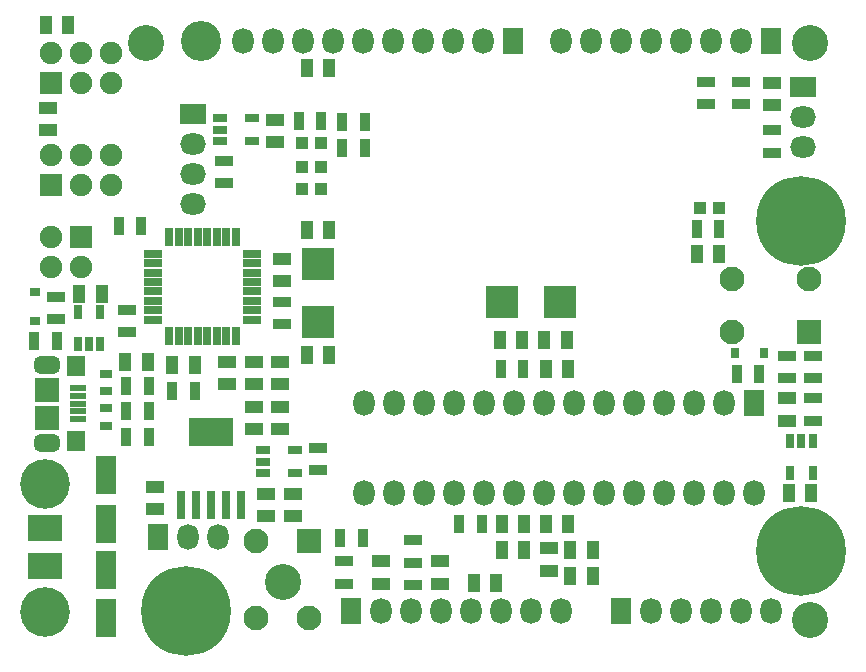
<source format=gts>
G04*
G04 #@! TF.GenerationSoftware,Altium Limited,Altium Designer,19.1.4 (82)*
G04*
G04 Layer_Color=8388736*
%FSLAX44Y44*%
%MOMM*%
G71*
G01*
G75*
%ADD34R,1.5000X0.9000*%
%ADD35R,0.9000X1.5000*%
%ADD36R,0.8858X0.7588*%
%ADD37R,0.7588X0.8858*%
%ADD38R,0.6700X1.6200*%
%ADD39R,1.6200X0.6700*%
%ADD40R,1.4500X0.5000*%
%ADD41R,2.1000X2.1000*%
%ADD42R,1.6000X1.8000*%
%ADD43C,3.0480*%
%ADD44R,1.5000X1.1000*%
%ADD45R,1.1000X1.5000*%
%ADD46R,1.8000X3.2000*%
%ADD47R,1.0000X1.0000*%
%ADD48R,2.9000X2.2000*%
%ADD49R,1.2000X0.7500*%
%ADD50R,0.7500X1.2000*%
%ADD51R,2.8000X2.7000*%
%ADD52R,1.1000X0.8000*%
%ADD53R,2.7000X2.8000*%
%ADD54R,3.7000X2.4000*%
%ADD55R,0.8000X2.4000*%
%ADD56C,2.1000*%
%ADD57R,2.1000X2.1000*%
%ADD58R,2.2000X1.8000*%
%ADD59O,2.2000X1.8000*%
%ADD60O,1.8000X2.2000*%
%ADD61R,1.8000X2.2000*%
%ADD62C,1.9000*%
%ADD63R,1.9000X1.9000*%
G04:AMPARAMS|DCode=64|XSize=2.2mm|YSize=1.45mm|CornerRadius=0.475mm|HoleSize=0mm|Usage=FLASHONLY|Rotation=0.000|XOffset=0mm|YOffset=0mm|HoleType=Round|Shape=RoundedRectangle|*
%AMROUNDEDRECTD64*
21,1,2.2000,0.5000,0,0,0.0*
21,1,1.2500,1.4500,0,0,0.0*
1,1,0.9500,0.6250,-0.2500*
1,1,0.9500,-0.6250,-0.2500*
1,1,0.9500,-0.6250,0.2500*
1,1,0.9500,0.6250,0.2500*
%
%ADD64ROUNDEDRECTD64*%
%ADD65C,7.6000*%
%ADD66C,3.4000*%
%ADD67C,4.2000*%
D34*
X172000Y387500D02*
D03*
Y406500D02*
D03*
X221000Y287500D02*
D03*
Y268500D02*
D03*
X610000Y454500D02*
D03*
Y473500D02*
D03*
X580000D02*
D03*
Y454500D02*
D03*
X636000Y413500D02*
D03*
Y432500D02*
D03*
X252000Y163500D02*
D03*
Y144500D02*
D03*
X649000Y222500D02*
D03*
Y241500D02*
D03*
X332000Y85500D02*
D03*
Y66500D02*
D03*
Y47500D02*
D03*
Y66500D02*
D03*
X90000Y280500D02*
D03*
Y261500D02*
D03*
X671000Y205500D02*
D03*
Y186500D02*
D03*
X30000Y272500D02*
D03*
Y291500D02*
D03*
X671000Y222500D02*
D03*
Y241500D02*
D03*
X274000Y67500D02*
D03*
Y48500D02*
D03*
D35*
X291500Y439500D02*
D03*
X272500D02*
D03*
Y417500D02*
D03*
X291500D02*
D03*
X83250Y351750D02*
D03*
X102250D02*
D03*
X89500Y216000D02*
D03*
X108500D02*
D03*
Y195000D02*
D03*
X89500D02*
D03*
Y173000D02*
D03*
X108500D02*
D03*
X371500Y99000D02*
D03*
X390500D02*
D03*
X254500Y440000D02*
D03*
X235500D02*
D03*
X406500Y230000D02*
D03*
X425500D02*
D03*
X591500Y349000D02*
D03*
X572500D02*
D03*
X11500Y254000D02*
D03*
X30500D02*
D03*
X289500Y87000D02*
D03*
X270500D02*
D03*
X147500Y212000D02*
D03*
X128500D02*
D03*
X625500Y226000D02*
D03*
X606500D02*
D03*
D36*
X12000Y295192D02*
D03*
Y270808D02*
D03*
D37*
X629192Y244000D02*
D03*
X604808D02*
D03*
D38*
X182000Y258000D02*
D03*
X174000D02*
D03*
X166000D02*
D03*
X158000D02*
D03*
X150000D02*
D03*
X142000D02*
D03*
X134000D02*
D03*
X126000D02*
D03*
Y342000D02*
D03*
X134000D02*
D03*
X142000D02*
D03*
X150000D02*
D03*
X158000D02*
D03*
X166000D02*
D03*
X174000D02*
D03*
X182000D02*
D03*
D39*
X112000Y272000D02*
D03*
Y280000D02*
D03*
Y288000D02*
D03*
Y296000D02*
D03*
Y304000D02*
D03*
Y312000D02*
D03*
Y320000D02*
D03*
Y328000D02*
D03*
X196000D02*
D03*
Y320000D02*
D03*
Y312000D02*
D03*
Y304000D02*
D03*
Y296000D02*
D03*
Y288000D02*
D03*
Y280000D02*
D03*
Y272000D02*
D03*
D40*
X48745Y214000D02*
D03*
Y207500D02*
D03*
Y201000D02*
D03*
Y194500D02*
D03*
Y188000D02*
D03*
D41*
X21995Y189000D02*
D03*
Y213000D02*
D03*
X244500Y84750D02*
D03*
D42*
X46495Y233000D02*
D03*
Y169000D02*
D03*
D43*
X668000Y506000D02*
D03*
Y18000D02*
D03*
X222000Y50000D02*
D03*
X106250Y506000D02*
D03*
D44*
X198000Y236500D02*
D03*
Y217500D02*
D03*
X220000Y217500D02*
D03*
Y236500D02*
D03*
X175000Y236500D02*
D03*
Y217500D02*
D03*
X636000Y472500D02*
D03*
Y453500D02*
D03*
X23000Y432500D02*
D03*
Y451500D02*
D03*
X305000Y48500D02*
D03*
Y67500D02*
D03*
X114000Y111500D02*
D03*
Y130500D02*
D03*
X355000Y48500D02*
D03*
Y67500D02*
D03*
X208000Y105500D02*
D03*
Y124500D02*
D03*
X221000Y304500D02*
D03*
Y323500D02*
D03*
X447000Y78500D02*
D03*
Y59500D02*
D03*
X220000Y179500D02*
D03*
Y198500D02*
D03*
X231000Y105500D02*
D03*
Y124500D02*
D03*
X649000Y205500D02*
D03*
Y186500D02*
D03*
X215000Y441500D02*
D03*
Y422500D02*
D03*
X198000Y198500D02*
D03*
Y179500D02*
D03*
D45*
X242500Y242000D02*
D03*
X261500D02*
D03*
X21500Y522000D02*
D03*
X40500D02*
D03*
X484500Y77000D02*
D03*
X465500D02*
D03*
X383500Y49000D02*
D03*
X402500D02*
D03*
X128500Y234000D02*
D03*
X147500D02*
D03*
X242500Y348000D02*
D03*
X261500D02*
D03*
X443500Y255000D02*
D03*
X462500D02*
D03*
X650500Y125000D02*
D03*
X669500D02*
D03*
X426500Y99000D02*
D03*
X407500D02*
D03*
X49500Y294250D02*
D03*
X68500D02*
D03*
X484500Y55000D02*
D03*
X465500D02*
D03*
X426500Y77000D02*
D03*
X407500D02*
D03*
X463500Y230000D02*
D03*
X444500D02*
D03*
X88500Y236000D02*
D03*
X107500D02*
D03*
X242500Y485000D02*
D03*
X261500D02*
D03*
X444500Y99000D02*
D03*
X463500D02*
D03*
X572500Y328000D02*
D03*
X591500D02*
D03*
X424500Y255000D02*
D03*
X405500D02*
D03*
D46*
X72000Y99500D02*
D03*
Y140500D02*
D03*
Y19500D02*
D03*
Y60500D02*
D03*
D47*
X254000Y401000D02*
D03*
X238000D02*
D03*
X254000Y422000D02*
D03*
X238000D02*
D03*
X591000Y367000D02*
D03*
X575000D02*
D03*
X254000Y383000D02*
D03*
X238000D02*
D03*
D48*
X21000Y96000D02*
D03*
Y64000D02*
D03*
D49*
X168500Y442500D02*
D03*
Y433000D02*
D03*
Y423500D02*
D03*
X195500Y442500D02*
D03*
Y423500D02*
D03*
X205500Y161500D02*
D03*
Y152000D02*
D03*
Y142500D02*
D03*
X232500Y161500D02*
D03*
Y142500D02*
D03*
D50*
X48500Y251500D02*
D03*
X58000D02*
D03*
X67500D02*
D03*
X48500Y278500D02*
D03*
X67500D02*
D03*
X670500Y169500D02*
D03*
X661000D02*
D03*
X651500D02*
D03*
X670500Y142500D02*
D03*
X651500D02*
D03*
D51*
X252000Y319500D02*
D03*
Y270500D02*
D03*
D52*
X72000Y197500D02*
D03*
Y182500D02*
D03*
Y211500D02*
D03*
Y226500D02*
D03*
D53*
X407500Y287000D02*
D03*
X456500D02*
D03*
D54*
X161000Y177000D02*
D03*
D55*
X186400Y115000D02*
D03*
X173700D02*
D03*
X161000D02*
D03*
X148300D02*
D03*
X135600D02*
D03*
D56*
X199500Y84750D02*
D03*
Y19750D02*
D03*
X244500D02*
D03*
X602500Y261500D02*
D03*
Y306500D02*
D03*
X667500D02*
D03*
D57*
Y261500D02*
D03*
D58*
X146000Y446000D02*
D03*
X662000Y469000D02*
D03*
D59*
X146000Y420600D02*
D03*
Y395200D02*
D03*
Y369800D02*
D03*
X662000Y418200D02*
D03*
Y443600D02*
D03*
D60*
X290450Y125730D02*
D03*
X315850D02*
D03*
X341250D02*
D03*
X366650D02*
D03*
X392050D02*
D03*
X417450D02*
D03*
X442850D02*
D03*
X468250D02*
D03*
X493650D02*
D03*
X519050D02*
D03*
X544450D02*
D03*
X569850D02*
D03*
X595250D02*
D03*
X620650D02*
D03*
X290450Y201930D02*
D03*
X315850D02*
D03*
X341250D02*
D03*
X366650D02*
D03*
X392050D02*
D03*
X417450D02*
D03*
X442850D02*
D03*
X468250D02*
D03*
X493650D02*
D03*
X519050D02*
D03*
X544450D02*
D03*
X569850D02*
D03*
X595250D02*
D03*
X167000Y88000D02*
D03*
X141600D02*
D03*
X391160Y508000D02*
D03*
X365760D02*
D03*
X340360D02*
D03*
X314960D02*
D03*
X289560D02*
D03*
X264160D02*
D03*
X238760D02*
D03*
X213360D02*
D03*
X187960D02*
D03*
X457200D02*
D03*
X482600D02*
D03*
X508000D02*
D03*
X533400D02*
D03*
X558800D02*
D03*
X584200D02*
D03*
X609600D02*
D03*
X533400Y25400D02*
D03*
X558800D02*
D03*
X584200D02*
D03*
X609600D02*
D03*
X635000D02*
D03*
X457200D02*
D03*
X431800D02*
D03*
X406400D02*
D03*
X381000D02*
D03*
X355600D02*
D03*
X330200D02*
D03*
X304800D02*
D03*
D61*
X620650Y201930D02*
D03*
X116200Y88000D02*
D03*
X416560Y508000D02*
D03*
X635000D02*
D03*
X508000Y25400D02*
D03*
X279400D02*
D03*
D62*
X25400Y316600D02*
D03*
X50800D02*
D03*
X25400Y342000D02*
D03*
X50800Y386080D02*
D03*
X76200D02*
D03*
X25400Y411480D02*
D03*
X50800D02*
D03*
X76200D02*
D03*
X50800Y472440D02*
D03*
X76200D02*
D03*
X25400Y497840D02*
D03*
X50800D02*
D03*
X76200D02*
D03*
D63*
X50800Y342000D02*
D03*
X25400Y386080D02*
D03*
Y472440D02*
D03*
D64*
X21995Y234000D02*
D03*
Y168000D02*
D03*
D65*
X139700Y25400D02*
D03*
X660400Y76200D02*
D03*
Y355600D02*
D03*
D66*
X152400Y508000D02*
D03*
D67*
X21000Y25000D02*
D03*
Y133000D02*
D03*
M02*

</source>
